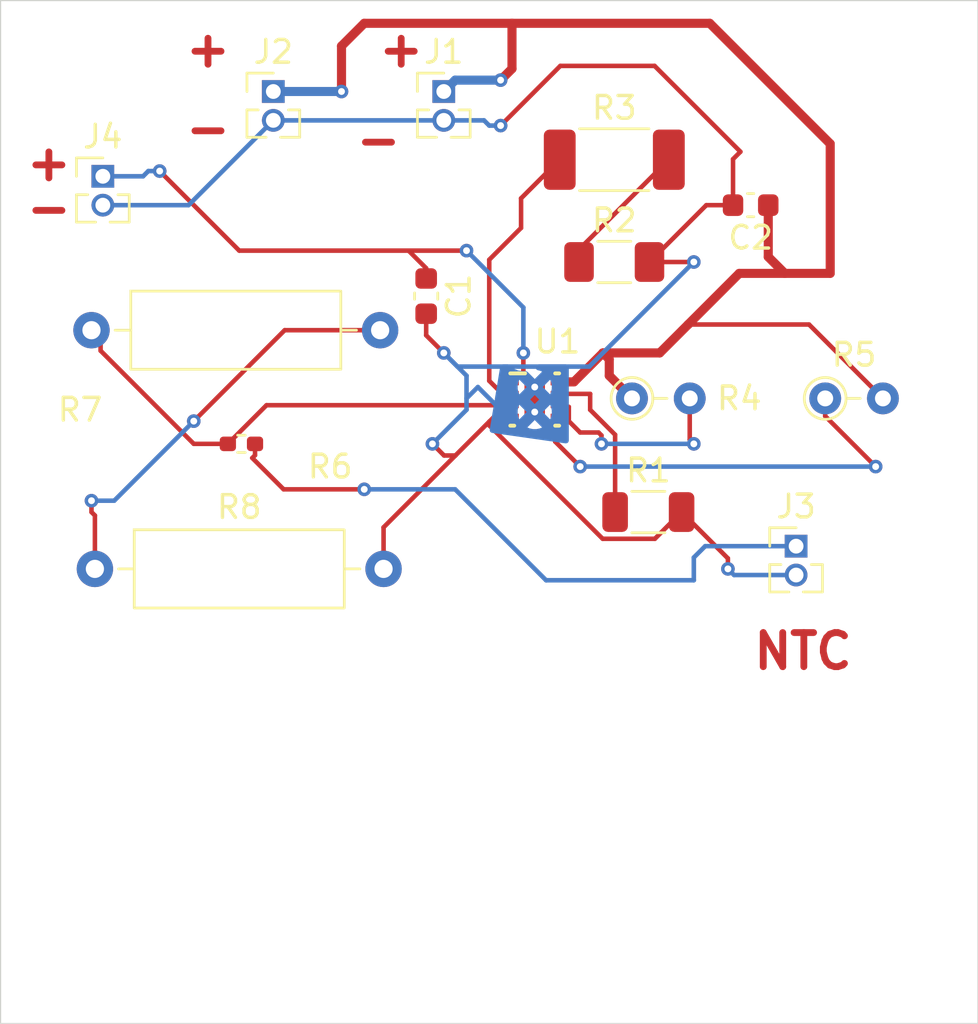
<source format=kicad_pcb>
(kicad_pcb (version 20241229) (generator "pcbnew") (generator_version "9.0")
  (layers (0 "F.Cu" signal) (2 "B.Cu" signal) (13 "F.Paste" user) (15 "B.Paste" user) (5 "F.SilkS" user "F.Silkscreen") (7 "B.SilkS" user "B.Silkscreen") (1 "F.Mask" user) (3 "B.Mask" user) (25 "Edge.Cuts" user))
  (net 0 "")
  (net 1 "+5V")
  (net 2 "GND")
  (net 3 "+3V6")
  (net 4 "Net-(J3-Pin_1)")
  (net 5 "/VSET")
  (net 6 "Net-(U1-PG_N)")
  (net 7 "Net-(U1-STAT)")
  (net 8 "Net-(R7-Pad2)")
  (net 9 "Net-(R2-Pad1)")
  (net 10 "/ISET")
  (net 11 "/TS")
  (footprint "Capacitor_SMD:C_0603_1608Metric" (layer "F.Cu") (at 137.225 103 -90)
    (property "Reference" "C1" (at 0 -1.43 90) (layer "F.SilkS"))
    (property "Value" "C" (hide yes))
    (fp_line (start -0.14058 0.51) (end 0.14058 0.51) (stroke (width 0.12)) (layer "F.SilkS"))
    (fp_line (start -0.14058 -0.51) (end 0.14058 -0.51) (stroke (width 0.12)) (layer "F.SilkS"))
    (pad "1" smd roundrect (at -0.775 0 270) (size 0.9 0.95) (layers "F.Cu" "F.Mask" "F.Paste") (net 1 "+5V"))
    (pad "2" smd roundrect (at 0.775 0 270) (size 0.9 0.95) (layers "F.Cu" "F.Mask" "F.Paste") (net 2 "GND"))
  )
  (footprint "Resistor_SMD:R_1206_3216Metric" (layer "F.Cu") (at 147 112.5)
    (property "Reference" "R1" (at 0 -1.83 0) (layer "F.SilkS"))
    (property "Value" "R" (hide yes))
    (fp_line (start -0.727064 -0.91) (end 0.727064 -0.91) (stroke (width 0.12)) (layer "F.SilkS"))
    (fp_line (start -0.727064 0.91) (end 0.727064 0.91) (stroke (width 0.12)) (layer "F.SilkS"))
    (pad "1" smd roundrect (at -1.4625 0) (size 1.125 1.75) (layers "F.Cu" "F.Mask" "F.Paste") (roundrect_rratio 0.222222) (net 5 "/VSET"))
    (pad "2" smd roundrect (at 1.4625 0) (size 1.125 1.75) (layers "F.Cu" "F.Mask" "F.Paste") (roundrect_rratio 0.222222) (net 2 "GND"))
  )
  (footprint "bq25170:DSG0008A" (layer "F.Cu") (at 142 107.549996)
    (property "Reference" "U1" (at 1 -2.549996 0) (layer "F.SilkS"))
    (property "Value" "BQ25170DSGR")
    (fp_line (start -1.074999 -1.149998) (end -0.425 -1.149998) (stroke (width 0.17)) (layer "F.SilkS"))
    (fp_line (start -1.074999 1.150003) (end -0.900001 1.150003) (stroke (width 0.17)) (layer "F.SilkS"))
    (fp_line (start 0.900001 -1.149998) (end 1.074999 -1.149998) (stroke (width 0.17)) (layer "F.SilkS"))
    (fp_line (start 0.900001 1.150003) (end 1.074999 1.150003) (stroke (width 0.17)) (layer "F.SilkS"))
    (pad "1" smd rect (at -0.950001 -0.749998 90) (size 0.249999 0.499999) (layers "F.Cu" "F.Mask" "F.Paste") (net 1 "+5V"))
    (pad "2" smd rect (at -0.950001 -0.25 90) (size 0.249999 0.499999) (layers "F.Cu" "F.Mask" "F.Paste") (net 10 "/ISET"))
    (pad "3" smd rect (at -0.950001 0.250002 90) (size 0.249999 0.499999) (layers "F.Cu" "F.Mask" "F.Paste") (net 11 "/TS"))
    (pad "4" smd rect (at -0.950001 0.750001 90) (size 0.249999 0.499999) (layers "F.Cu" "F.Mask" "F.Paste") (net 2 "GND"))
    (pad "5" smd rect (at 0.950001 0.750001 90) (size 0.249999 0.499999) (layers "F.Cu" "F.Mask" "F.Paste") (net 7 "Net-(U1-STAT)"))
    (pad "6" smd rect (at 0.950001 0.250002 90) (size 0.249999 0.499999) (layers "F.Cu" "F.Mask" "F.Paste") (net 6 "Net-(U1-PG_N)"))
    (pad "7" smd rect (at 0.950001 -0.25 90) (size 0.249999 0.499999) (layers "F.Cu" "F.Mask" "F.Paste") (net 5 "/VSET"))
    (pad "8" smd rect (at 0.950001 -0.749998 90) (size 0.249999 0.499999) (layers "F.Cu" "F.Mask" "F.Paste") (net 3 "+3V6"))
    (pad "9" smd rect (at 0 0) (size 0.900001 1.599999) (layers "F.Cu" "F.Mask" "F.Paste") (net 2 "GND"))
    (pad "10" thru_hole circle (at 0 -0.549996) (size 0.5 0.5) (drill 0.3) (layers "*.Cu" "*.Mask") (net 2 "GND"))
    (pad "11" thru_hole circle (at 0 0.550001) (size 0.5 0.5) (drill 0.3) (layers "*.Cu" "*.Mask") (net 2 "GND"))
  )
  (footprint "Resistor_THT:R_Axial_DIN0204_L3.6mm_D1.6mm_P2.54mm_Vertical" (layer "F.Cu") (at 154.78 107.5)
    (property "Reference" "R5" (at 1.27 -1.92 0) (layer "F.SilkS"))
    (property "Value" "R")
    (fp_line (start 0.92 0) (end 1.54 0) (stroke (width 0.12)) (layer "F.SilkS"))
    (fp_circle (center 0 0) (end 0.92 0) (stroke (width 0.12)) (fill no) (layer "F.SilkS"))
    (pad "1" thru_hole circle (at 0 0) (size 1.4 1.4) (drill 0.7) (layers "*.Cu" "*.Mask") (net 7 "Net-(U1-STAT)"))
    (pad "2" thru_hole circle (at 2.54 0) (size 1.4 1.4) (drill 0.7) (layers "*.Cu" "*.Mask") (net 3 "+3V6"))
  )
  (footprint "Connector_PinHeader_1.27mm:PinHeader_1x02_P1.27mm_Vertical" (layer "F.Cu") (at 123 97.73)
    (property "Reference" "J4" (at 0 -1.745 0) (layer "F.SilkS"))
    (property "Value" "input 5V")
    (fp_line (start -1.16 -0.81) (end 0 -0.81) (stroke (width 0.12)) (layer "F.SilkS"))
    (fp_line (start -1.16 0) (end -1.16 -0.81) (stroke (width 0.12)) (layer "F.SilkS"))
    (fp_line (start -1.16 0.81) (end -1.16 2.015) (stroke (width 0.12)) (layer "F.SilkS"))
    (fp_line (start -1.16 0.81) (end -0.666708 0.81) (stroke (width 0.12)) (layer "F.SilkS"))
    (fp_line (start -1.16 2.015) (end -0.317923 2.015) (stroke (width 0.12)) (layer "F.SilkS"))
    (fp_line (start 0.317923 2.015) (end 1.16 2.015) (stroke (width 0.12)) (layer "F.SilkS"))
    (fp_line (start 0.666708 0.81) (end 1.16 0.81) (stroke (width 0.12)) (layer "F.SilkS"))
    (fp_line (start 1.16 0.81) (end 1.16 2.015) (stroke (width 0.12)) (layer "F.SilkS"))
    (pad "1" thru_hole rect (at 0 0) (size 1 1) (drill 0.65) (layers "*.Cu" "*.Mask") (net 1 "+5V"))
    (pad "2" thru_hole circle (at 0 1.27) (size 1 1) (drill 0.65) (layers "*.Cu" "*.Mask") (net 2 "GND"))
  )
  (footprint "Resistor_THT:R_Axial_DIN0309_L9.0mm_D3.2mm_P12.70mm_Horizontal" (layer "F.Cu") (at 122.5 104.5)
    (property "Reference" "R7" (at -0.5 3.5 0) (layer "F.SilkS"))
    (property "Value" "68kohm")
    (fp_line (start 1.04 0) (end 1.73 0) (stroke (width 0.12)) (layer "F.SilkS"))
    (fp_line (start 11.66 0) (end 10.97 0) (stroke (width 0.12)) (layer "F.SilkS"))
    (fp_rect (start 1.73 -1.72) (end 10.97 1.72) (stroke (width 0.12)) (fill no) (layer "F.SilkS"))
    (pad "1" thru_hole circle (at 0 0) (size 1.6 1.6) (drill 0.8) (layers "*.Cu" "*.Mask") (net 11 "/TS"))
    (pad "2" thru_hole circle (at 12.7 0) (size 1.6 1.6) (drill 0.8) (layers "*.Cu" "*.Mask") (net 8 "Net-(R7-Pad2)"))
  )
  (footprint "Capacitor_SMD:C_0603_1608Metric" (layer "F.Cu") (at 151.5 99 180)
    (property "Reference" "C2" (at 0 -1.43 0) (layer "F.SilkS"))
    (property "Value" "C" (hide yes))
    (fp_line (start -0.14058 0.51) (end 0.14058 0.51) (stroke (width 0.12)) (layer "F.SilkS"))
    (fp_line (start -0.14058 -0.51) (end 0.14058 -0.51) (stroke (width 0.12)) (layer "F.SilkS"))
    (pad "1" smd roundrect (at -0.775 0 180) (size 0.9 0.95) (layers "F.Cu" "F.Mask" "F.Paste") (net 3 "+3V6"))
    (pad "2" smd roundrect (at 0.775 0 180) (size 0.9 0.95) (layers "F.Cu" "F.Mask" "F.Paste") (net 2 "GND"))
  )
  (footprint "Resistor_SMD:R_1206_3216Metric_Pad1.30x1.75mm_HandSolder" (layer "F.Cu") (at 145.5 101.5)
    (property "Reference" "R2" (at 0 -1.83 0) (layer "F.SilkS"))
    (property "Value" "R" (hide yes))
    (fp_line (start -0.727064 -0.91) (end 0.727064 -0.91) (stroke (width 0.12)) (layer "F.SilkS"))
    (fp_line (start -0.727064 0.91) (end 0.727064 0.91) (stroke (width 0.12)) (layer "F.SilkS"))
    (pad "1" smd roundrect (at -1.55 0) (size 1.3 1.75) (layers "F.Cu" "F.Mask" "F.Paste") (roundrect_rratio 0.192308) (net 9 "Net-(R2-Pad1)"))
    (pad "2" smd roundrect (at 1.55 0) (size 1.3 1.75) (layers "F.Cu" "F.Mask" "F.Paste") (roundrect_rratio 0.192308) (net 2 "GND"))
  )
  (footprint "Connector_PinHeader_1.27mm:PinHeader_1x02_P1.27mm_Vertical" (layer "F.Cu") (at 130.5 94)
    (property "Reference" "J2" (at 0 -1.745 0) (layer "F.SilkS"))
    (property "Value" "battery")
    (fp_line (start -1.16 -0.81) (end 0 -0.81) (stroke (width 0.12)) (layer "F.SilkS"))
    (fp_line (start -1.16 0) (end -1.16 -0.81) (stroke (width 0.12)) (layer "F.SilkS"))
    (fp_line (start -1.16 0.81) (end -1.16 2.015) (stroke (width 0.12)) (layer "F.SilkS"))
    (fp_line (start -1.16 0.81) (end -0.666708 0.81) (stroke (width 0.12)) (layer "F.SilkS"))
    (fp_line (start -1.16 2.015) (end -0.317923 2.015) (stroke (width 0.12)) (layer "F.SilkS"))
    (fp_line (start 0.317923 2.015) (end 1.16 2.015) (stroke (width 0.12)) (layer "F.SilkS"))
    (fp_line (start 0.666708 0.81) (end 1.16 0.81) (stroke (width 0.12)) (layer "F.SilkS"))
    (fp_line (start 1.16 0.81) (end 1.16 2.015) (stroke (width 0.12)) (layer "F.SilkS"))
    (pad "1" thru_hole rect (at 0 0) (size 1 1) (drill 0.65) (layers "*.Cu" "*.Mask") (net 3 "+3V6"))
    (pad "2" thru_hole circle (at 0 1.27) (size 1 1) (drill 0.65) (layers "*.Cu" "*.Mask") (net 2 "GND"))
  )
  (footprint "Resistor_SMD:R_0402_1005Metric_Pad0.72x0.64mm_HandSolder" (layer "F.Cu") (at 129.0975 109.5)
    (property "Reference" "R6" (at 3.9025 1 0) (layer "F.SilkS"))
    (property "Value" "2.3kohm")
    (fp_line (start -0.167621 -0.38) (end 0.167621 -0.38) (stroke (width 0.12)) (layer "F.SilkS"))
    (fp_line (start -0.167621 0.38) (end 0.167621 0.38) (stroke (width 0.12)) (layer "F.SilkS"))
    (pad "1" smd roundrect (at -0.5975 0) (size 0.715 0.64) (layers "F.Cu" "F.Mask" "F.Paste") (net 11 "/TS"))
    (pad "2" smd roundrect (at 0.5975 0) (size 0.715 0.64) (layers "F.Cu" "F.Mask" "F.Paste") (net 4 "Net-(J3-Pin_1)"))
  )
  (footprint "Resistor_SMD:R_2010_5025Metric_Pad1.40x2.65mm_HandSolder" (layer "F.Cu") (at 145.5 97)
    (property "Reference" "R3" (at 0 -2.28 0) (layer "F.SilkS"))
    (property "Value" "R" (hide yes))
    (fp_line (start -1.527064 -1.36) (end 1.527064 -1.36) (stroke (width 0.12)) (layer "F.SilkS"))
    (fp_line (start -1.527064 1.36) (end 1.527064 1.36) (stroke (width 0.12)) (layer "F.SilkS"))
    (pad "1" smd roundrect (at -2.4 0) (size 1.4 2.65) (layers "F.Cu" "F.Mask" "F.Paste") (roundrect_rratio 0.178571) (net 10 "/ISET"))
    (pad "2" smd roundrect (at 2.4 0) (size 1.4 2.65) (layers "F.Cu" "F.Mask" "F.Paste") (roundrect_rratio 0.178571) (net 9 "Net-(R2-Pad1)"))
  )
  (footprint "Connector_PinHeader_1.27mm:PinHeader_1x02_P1.27mm_Vertical" (layer "F.Cu") (at 153.5 114)
    (property "Reference" "J3" (at 0 -1.745 0) (layer "F.SilkS"))
    (property "Value" "input 5V" (hide yes))
    (fp_line (start -1.16 -0.81) (end 0 -0.81) (stroke (width 0.12)) (layer "F.SilkS"))
    (fp_line (start -1.16 0) (end -1.16 -0.81) (stroke (width 0.12)) (layer "F.SilkS"))
    (fp_line (start -1.16 0.81) (end -1.16 2.015) (stroke (width 0.12)) (layer "F.SilkS"))
    (fp_line (start -1.16 0.81) (end -0.666708 0.81) (stroke (width 0.12)) (layer "F.SilkS"))
    (fp_line (start -1.16 2.015) (end -0.317923 2.015) (stroke (width 0.12)) (layer "F.SilkS"))
    (fp_line (start 0.317923 2.015) (end 1.16 2.015) (stroke (width 0.12)) (layer "F.SilkS"))
    (fp_line (start 0.666708 0.81) (end 1.16 0.81) (stroke (width 0.12)) (layer "F.SilkS"))
    (fp_line (start 1.16 0.81) (end 1.16 2.015) (stroke (width 0.12)) (layer "F.SilkS"))
    (pad "1" thru_hole rect (at 0 0) (size 1 1) (drill 0.65) (layers "*.Cu" "*.Mask") (net 4 "Net-(J3-Pin_1)"))
    (pad "2" thru_hole circle (at 0 1.27) (size 1 1) (drill 0.65) (layers "*.Cu" "*.Mask") (net 2 "GND"))
  )
  (footprint "Resistor_THT:R_Axial_DIN0204_L3.6mm_D1.6mm_P2.54mm_Vertical" (layer "F.Cu") (at 146.28 107.5)
    (property "Reference" "R4" (at 4.72 0 0) (layer "F.SilkS"))
    (property "Value" "R")
    (fp_line (start 0.92 0) (end 1.54 0) (stroke (width 0.12)) (layer "F.SilkS"))
    (fp_circle (center 0 0) (end 0.92 0) (stroke (width 0.12)) (fill no) (layer "F.SilkS"))
    (pad "1" thru_hole circle (at 0 0) (size 1.4 1.4) (drill 0.7) (layers "*.Cu" "*.Mask") (net 3 "+3V6"))
    (pad "2" thru_hole circle (at 2.54 0) (size 1.4 1.4) (drill 0.7) (layers "*.Cu" "*.Mask") (net 6 "Net-(U1-PG_N)"))
  )
  (footprint "Connector_PinHeader_1.27mm:PinHeader_1x02_P1.27mm_Vertical" (layer "F.Cu") (at 138 94)
    (property "Reference" "J1" (at 0 -1.745 0) (layer "F.SilkS"))
    (property "Value" "load")
    (fp_line (start -1.16 -0.81) (end 0 -0.81) (stroke (width 0.12)) (layer "F.SilkS"))
    (fp_line (start -1.16 0) (end -1.16 -0.81) (stroke (width 0.12)) (layer "F.SilkS"))
    (fp_line (start -1.16 0.81) (end -1.16 2.015) (stroke (width 0.12)) (layer "F.SilkS"))
    (fp_line (start -1.16 0.81) (end -0.666708 0.81) (stroke (width 0.12)) (layer "F.SilkS"))
    (fp_line (start -1.16 2.015) (end -0.317923 2.015) (stroke (width 0.12)) (layer "F.SilkS"))
    (fp_line (start 0.317923 2.015) (end 1.16 2.015) (stroke (width 0.12)) (layer "F.SilkS"))
    (fp_line (start 0.666708 0.81) (end 1.16 0.81) (stroke (width 0.12)) (layer "F.SilkS"))
    (fp_line (start 1.16 0.81) (end 1.16 2.015) (stroke (width 0.12)) (layer "F.SilkS"))
    (pad "1" thru_hole rect (at 0 0) (size 1 1) (drill 0.65) (layers "*.Cu" "*.Mask") (net 3 "+3V6"))
    (pad "2" thru_hole circle (at 0 1.27) (size 1 1) (drill 0.65) (layers "*.Cu" "*.Mask") (net 2 "GND"))
  )
  (footprint "Resistor_THT:R_Axial_DIN0309_L9.0mm_D3.2mm_P12.70mm_Horizontal" (layer "F.Cu") (at 122.65 115)
    (property "Reference" "R8" (at 6.35 -2.72 0) (layer "F.SilkS"))
    (property "Value" "2.2kohm")
    (fp_line (start 1.04 0) (end 1.73 0) (stroke (width 0.12)) (layer "F.SilkS"))
    (fp_line (start 11.66 0) (end 10.97 0) (stroke (width 0.12)) (layer "F.SilkS"))
    (fp_rect (start 1.73 -1.72) (end 10.97 1.72) (stroke (width 0.12)) (fill no) (layer "F.SilkS"))
    (pad "1" thru_hole circle (at 0 0) (size 1.6 1.6) (drill 0.8) (layers "*.Cu" "*.Mask") (net 8 "Net-(R7-Pad2)"))
    (pad "2" thru_hole circle (at 12.7 0) (size 1.6 1.6) (drill 0.8) (layers "*.Cu" "*.Mask") (net 2 "GND"))
  )
  (gr_rect (start 118.5 90) (end 161.5 135) (stroke (width 0.05)) (fill no) (layer "Edge.Cuts"))
  (gr_text "-" (at 134 97 0) (layer "F.Cu") (effects (font (size 1.5 1.5) (thickness 0.3) (bold yes)) (justify left bottom)))
  (gr_text "-" (at 126.5 96.5 0) (layer "F.Cu") (effects (font (size 1.5 1.5) (thickness 0.3) (bold yes)) (justify left bottom)))
  (gr_text "NTC" (at 151.5 119.5 0) (layer "F.Cu") (effects (font (size 1.5 1.5) (thickness 0.3) (bold yes)) (justify left bottom)))
  (gr_text "+" (at 126.5 93 0) (layer "F.Cu") (effects (font (size 1.5 1.5) (thickness 0.3) (bold yes)) (justify left bottom)))
  (gr_text "+" (at 119.5 98 0) (layer "F.Cu") (effects (font (size 1.5 1.5) (thickness 0.3) (bold yes)) (justify left bottom)))
  (gr_text "-" (at 119.5 100 0) (layer "F.Cu") (effects (font (size 1.5 1.5) (thickness 0.3) (bold yes)) (justify left bottom)))
  (gr_text "+" (at 135 93 0) (layer "F.Cu") (effects (font (size 1.5 1.5) (thickness 0.3) (bold yes)) (justify left bottom)))
  (segment (start 125.5 97.5) (end 129 101) (width 0.2) (layer "F.Cu") (net 1))
  (segment (start 141.5 105.5) (end 141.5 106.349997) (width 0.2) (layer "F.Cu") (net 1))
  (segment (start 136.45 101) (end 137.225 101.775) (width 0.2) (layer "F.Cu") (net 1))
  (segment (start 141.5 106.349997) (end 141.049999 106.799998) (width 0.2) (layer "F.Cu") (net 1))
  (segment (start 136.45 101) (end 139 101) (width 0.2) (layer "F.Cu") (net 1))
  (segment (start 129 101) (end 136.45 101) (width 0.2) (layer "F.Cu") (net 1))
  (segment (start 137.225 101.775) (end 137.225 102.225) (width 0.2) (layer "F.Cu") (net 1))
  (via (at 141.5 105.5) (size 0.6) (drill 0.3) (layers "F.Cu" "B.Cu") (net 1))
  (via (at 139 101) (size 0.6) (drill 0.3) (layers "F.Cu" "B.Cu") (net 1))
  (via (at 125.5 97.5) (size 0.6) (drill 0.3) (layers "F.Cu" "B.Cu") (net 1))
  (segment (start 141.5 105.5) (end 141.5 103.5) (width 0.2) (layer "B.Cu") (net 1))
  (segment (start 124.77 97.73) (end 123 97.73) (width 0.2) (layer "B.Cu") (net 1))
  (segment (start 125.5 97.5) (end 125 97.5) (width 0.2) (layer "B.Cu") (net 1))
  (segment (start 125 97.5) (end 124.77 97.73) (width 0.2) (layer "B.Cu") (net 1))
  (segment (start 141.5 103.5) (end 139 101) (width 0.2) (layer "B.Cu") (net 1))
  (segment (start 143.126 92.874) (end 140.5 95.5) (width 0.2) (layer "F.Cu") (net 2))
  (segment (start 135.35 115) (end 135.35 113.173) (width 0.2) (layer "F.Cu") (net 2))
  (segment (start 150.725 96.975) (end 151.05 96.65) (width 0.2) (layer "F.Cu") (net 2))
  (segment (start 137.225 103.775) (end 137.225 104.725) (width 0.2) (layer "F.Cu") (net 2))
  (segment (start 150.5 114.5375) (end 148.4625 112.5) (width 0.2) (layer "F.Cu") (net 2))
  (segment (start 138.5115 110.0115) (end 140.0115 108.5115) (width 0.2) (layer "F.Cu") (net 2))
  (segment (start 144.98984 113.676) (end 140.0115 108.69766) (width 0.2) (layer "F.Cu") (net 2))
  (segment (start 147.2865 113.676) (end 144.98984 113.676) (width 0.2) (layer "F.Cu") (net 2))
  (segment (start 140.223003 108.299997) (end 140.0115 108.5115) (width 0.2) (layer "F.Cu") (net 2))
  (segment (start 151.05 96.65) (end 147.274 92.874) (width 0.2) (layer "F.Cu") (net 2))
  (segment (start 150.5 115) (end 150.5 114.5375) (width 0.2) (layer "F.Cu") (net 2))
  (segment (start 141.049999 108.299997) (end 140.223003 108.299997) (width 0.2) (layer "F.Cu") (net 2))
  (segment (start 149 101.5) (end 147.05 101.5) (width 0.2) (layer "F.Cu") (net 2))
  (segment (start 147.274 92.874) (end 143.126 92.874) (width 0.2) (layer "F.Cu") (net 2))
  (segment (start 137.225 104.725) (end 138 105.5) (width 0.2) (layer "F.Cu") (net 2))
  (segment (start 149.55 99) (end 147.05 101.5) (width 0.2) (layer "F.Cu") (net 2))
  (segment (start 138.0115 110.0115) (end 138.5115 110.0115) (width 0.2) (layer "F.Cu") (net 2))
  (segment (start 135.35 113.173) (end 138.5115 110.0115) (width 0.2) (layer "F.Cu") (net 2))
  (segment (start 150.725 99) (end 149.55 99) (width 0.2) (layer "F.Cu") (net 2))
  (segment (start 140.0115 108.69766) (end 140.0115 108.5115) (width 0.2) (layer "F.Cu") (net 2))
  (segment (start 137.5 109.5) (end 138.0115 110.0115) (width 0.2) (layer "F.Cu") (net 2))
  (segment (start 150.725 99) (end 150.725 96.975) (width 0.2) (layer "F.Cu") (net 2))
  (segment (start 148.4625 112.5) (end 147.2865 113.676) (width 0.2) (layer "F.Cu") (net 2))
  (via (at 137.5 109.5) (size 0.6) (drill 0.3) (layers "F.Cu" "B.Cu") (net 2))
  (via (at 140.5 95.5) (size 0.6) (drill 0.3) (layers "F.Cu" "B.Cu") (net 2))
  (via (at 149 101.5) (size 0.6) (drill 0.3) (layers "F.Cu" "B.Cu") (net 2))
  (via (at 138 105.5) (size 0.6) (drill 0.3) (layers "F.Cu" "B.Cu") (net 2))
  (via (at 150.5 115) (size 0.6) (drill 0.3) (layers "F.Cu" "B.Cu") (net 2))
  (segment (start 130.5 95.27) (end 126.77 99) (width 0.2) (layer "B.Cu") (net 2))
  (segment (start 144.399 106.101) (end 138.601 106.101) (width 0.2) (layer "B.Cu") (net 2))
  (segment (start 149 101.5) (end 144.399 106.101) (width 0.2) (layer "B.Cu") (net 2))
  (segment (start 139.77 95.27) (end 138 95.27) (width 0.2) (layer "B.Cu") (net 2))
  (segment (start 138.601 106.101) (end 138 105.5) (width 0.2) (layer "B.Cu") (net 2))
  (segment (start 139 106.5) (end 139 107.5) (width 0.2) (layer "B.Cu") (net 2))
  (segment (start 153.5 115.27) (end 150.77 115.27) (width 0.2) (layer "B.Cu") (net 2))
  (segment (start 140.5 95.5) (end 140 95.5) (width 0.2) (layer "B.Cu") (net 2))
  (segment (start 140.599997 108.099997) (end 139.5 107) (width 0.2) (layer "B.Cu") (net 2))
  (segment (start 150.5 115) (end 150.77 115.27) (width 0.2) (layer "B.Cu") (net 2))
  (segment (start 126.77 99) (end 123 99) (width 0.2) (layer "B.Cu") (net 2))
  (segment (start 139 107.5) (end 139 108) (width 0.2) (layer "B.Cu") (net 2))
  (segment (start 139 108) (end 137.5 109.5) (width 0.2) (layer "B.Cu") (net 2))
  (segment (start 139.5 107) (end 139 107.5) (width 0.2) (layer "B.Cu") (net 2))
  (segment (start 138 105.5) (end 139 106.5) (width 0.2) (layer "B.Cu") (net 2))
  (segment (start 138 95.27) (end 130.5 95.27) (width 0.2) (layer "B.Cu") (net 2))
  (segment (start 140 95.5) (end 139.77 95.27) (width 0.2) (layer "B.Cu") (net 2))
  (segment (start 155 96.299134) (end 149.700866 91) (width 0.4) (layer "F.Cu") (net 3))
  (segment (start 141 91) (end 134.5 91) (width 0.4) (layer "F.Cu") (net 3))
  (segment (start 155 102) (end 155 96.299134) (width 0.4) (layer "F.Cu") (net 3))
  (segment (start 152.275 101.275) (end 152.275 99) (width 0.4) (layer "F.Cu") (net 3))
  (segment (start 151 102) (end 153 102) (width 0.4) (layer "F.Cu") (net 3))
  (segment (start 148.75 104.25) (end 151 102) (width 0.4) (layer "F.Cu") (net 3))
  (segment (start 145.28 105.78) (end 145 105.5) (width 0.4) (layer "F.Cu") (net 3))
  (segment (start 133.5 92) (end 133.5 94) (width 0.4) (layer "F.Cu") (net 3))
  (segment (start 153 102) (end 155 102) (width 0.4) (layer "F.Cu") (net 3))
  (segment (start 145.28 106.5) (end 145.28 105.78) (width 0.4) (layer "F.Cu") (net 3))
  (segment (start 143.726003 106.773997) (end 142.950001 106.773997) (width 0.4) (layer "F.Cu") (net 3))
  (segment (start 134.5 91) (end 133.5 92) (width 0.4) (layer "F.Cu") (net 3))
  (segment (start 149.700866 91) (end 141 91) (width 0.4) (layer "F.Cu") (net 3))
  (segment (start 145 105.5) (end 143.726003 106.773997) (width 0.4) (layer "F.Cu") (net 3))
  (segment (start 154.07 104.25) (end 148.75 104.25) (width 0.2) (layer "F.Cu") (net 3))
  (segment (start 153 102) (end 152.275 101.275) (width 0.4) (layer "F.Cu") (net 3))
  (segment (start 145.28 106.5) (end 146.28 107.5) (width 0.4) (layer "F.Cu") (net 3))
  (segment (start 140.5 93.5) (end 141 93) (width 0.4) (layer "F.Cu") (net 3))
  (segment (start 157.32 107.5) (end 154.07 104.25) (width 0.2) (layer "F.Cu") (net 3))
  (segment (start 147.5 105.5) (end 148.75 104.25) (width 0.4) (layer "F.Cu") (net 3))
  (segment (start 145 105.5) (end 147.5 105.5) (width 0.4) (layer "F.Cu") (net 3))
  (segment (start 141 91) (end 141 93) (width 0.4) (layer "F.Cu") (net 3))
  (via (at 140.5 93.5) (size 0.6) (drill 0.3) (layers "F.Cu" "B.Cu") (net 3))
  (via (at 133.5 94) (size 0.6) (drill 0.3) (layers "F.Cu" "B.Cu") (net 3))
  (segment (start 133.5 94) (end 130.5 94) (width 0.4) (layer "B.Cu") (net 3))
  (segment (start 140.5 93.5) (end 138.5 93.5) (width 0.4) (layer "B.Cu") (net 3))
  (segment (start 138.5 93.5) (end 138 94) (width 0.4) (layer "B.Cu") (net 3))
  (segment (start 129.695 110) (end 129.695 109.5) (width 0.2) (layer "F.Cu") (net 4))
  (segment (start 129.695 110) (end 129.574 110.121) (width 0.2) (layer "F.Cu") (net 4))
  (segment (start 129.574 110.121) (end 130.953 111.5) (width 0.2) (layer "F.Cu") (net 4))
  (segment (start 130.953 111.5) (end 134.5 111.5) (width 0.2) (layer "F.Cu") (net 4))
  (via (at 134.5 111.5) (size 0.6) (drill 0.3) (layers "F.Cu" "B.Cu") (net 4))
  (segment (start 138.5 111.5) (end 142.5 115.5) (width 0.2) (layer "B.Cu") (net 4))
  (segment (start 149 115.5) (end 149 114.5) (width 0.2) (layer "B.Cu") (net 4))
  (segment (start 142.5 115.5) (end 149 115.5) (width 0.2) (layer "B.Cu") (net 4))
  (segment (start 149.5 114) (end 153.5 114) (width 0.2) (layer "B.Cu") (net 4))
  (segment (start 134.5 111.5) (end 138.5 111.5) (width 0.2) (layer "B.Cu") (net 4))
  (segment (start 149 114.5) (end 149.5 114) (width 0.2) (layer "B.Cu") (net 4))
  (segment (start 145.5375 112.5) (end 145.5375 109.099) (width 0.2) (layer "F.Cu") (net 5))
  (segment (start 144.4385 108) (end 144.4385 107.300998) (width 0.2) (layer "F.Cu") (net 5))
  (segment (start 145.5375 109.099) (end 144.4385 108) (width 0.2) (layer "F.Cu") (net 5))
  (segment (start 144.4385 107.300998) (end 142.950001 107.300998) (width 0.2) (layer "F.Cu") (net 5))
  (segment (start 144.9375 109.5) (end 144.9375 109.1276) (width 0.2) (layer "F.Cu") (net 6))
  (segment (start 149 109.5) (end 148.82 109.32) (width 0.2) (layer "F.Cu") (net 6))
  (segment (start 143.501 107.873998) (end 142.950001 107.873998) (width 0.2) (layer "F.Cu") (net 6))
  (segment (start 142.950001 107.873998) (end 142.950001 107.799998) (width 0.2) (layer "F.Cu") (net 6))
  (segment (start 144.8099 109) (end 144 109) (width 0.2) (layer "F.Cu") (net 6))
  (segment (start 144 109) (end 143.501 108.501) (width 0.2) (layer "F.Cu") (net 6))
  (segment (start 143.501 108.501) (end 143.501 107.873998) (width 0.2) (layer "F.Cu") (net 6))
  (segment (start 148.82 109.32) (end 148.82 107.5) (width 0.2) (layer "F.Cu") (net 6))
  (segment (start 144.9375 109.1276) (end 144.8099 109) (width 0.2) (layer "F.Cu") (net 6))
  (via (at 149 109.5) (size 0.6) (drill 0.3) (layers "F.Cu" "B.Cu") (net 6))
  (via (at 144.9375 109.5) (size 0.6) (drill 0.3) (layers "F.Cu" "B.Cu") (net 6))
  (segment (start 144.9375 109.5) (end 149 109.5) (width 0.2) (layer "B.Cu") (net 6))
  (segment (start 142.950001 109.350003) (end 142.950001 108.299997) (width 0.2) (layer "F.Cu") (net 7))
  (segment (start 142.900002 109.400002) (end 142.950001 109.350003) (width 0.2) (layer "F.Cu") (net 7))
  (segment (start 142.900002 109.400002) (end 144 110.5) (width 0.2) (layer "F.Cu") (net 7))
  (segment (start 157 110.5) (end 154.78 108.28) (width 0.2) (layer "F.Cu") (net 7))
  (segment (start 154.78 108.28) (end 154.78 108.001) (width 0.2) (layer "F.Cu") (net 7))
  (via (at 144 110.5) (size 0.6) (drill 0.3) (layers "F.Cu" "B.Cu") (net 7))
  (via (at 157 110.5) (size 0.6) (drill 0.3) (layers "F.Cu" "B.Cu") (net 7))
  (segment (start 144 110.5) (end 157 110.5) (width 0.2) (layer "B.Cu") (net 7))
  (segment (start 131 104.5) (end 127 108.5) (width 0.2) (layer "F.Cu") (net 8))
  (segment (start 122.5 112) (end 122.5 112.5) (width 0.2) (layer "F.Cu") (net 8))
  (segment (start 122.65 112.65) (end 122.65 115) (width 0.2) (layer "F.Cu") (net 8))
  (segment (start 122.5 112.5) (end 122.65 112.65) (width 0.2) (layer "F.Cu") (net 8))
  (segment (start 135.2 104.5) (end 131 104.5) (width 0.2) (layer "F.Cu") (net 8))
  (via (at 127 108.5) (size 0.6) (drill 0.3) (layers "F.Cu" "B.Cu") (net 8))
  (via (at 122.5 112) (size 0.6) (drill 0.3) (layers "F.Cu" "B.Cu") (net 8))
  (segment (start 127 108.5) (end 123.5 112) (width 0.2) (layer "B.Cu") (net 8))
  (segment (start 123.5 112) (end 122.5 112) (width 0.2) (layer "B.Cu") (net 8))
  (segment (start 143.95 100.95) (end 143.95 101.5) (width 0.2) (layer "F.Cu") (net 9))
  (segment (start 147.9 97) (end 143.95 100.95) (width 0.2) (layer "F.Cu") (net 9))
  (segment (start 140 101.4) (end 140 106.726997) (width 0.2) (layer "F.Cu") (net 10))
  (segment (start 141.4 100) (end 140 101.4) (width 0.2) (layer "F.Cu") (net 10))
  (segment (start 140.572999 107.299996) (end 141.049999 107.299996) (width 0.2) (layer "F.Cu") (net 10))
  (segment (start 141.4 98.7) (end 141.4 100) (width 0.2) (layer "F.Cu") (net 10))
  (segment (start 140 106.726997) (end 140.572999 107.299996) (width 0.2) (layer "F.Cu") (net 10))
  (segment (start 143.1 97) (end 141.4 98.7) (width 0.2) (layer "F.Cu") (net 10))
  (segment (start 127 109.5) (end 122.901 105.401) (width 0.2) (layer "F.Cu") (net 11))
  (segment (start 128.5 109.5) (end 127 109.5) (width 0.2) (layer "F.Cu") (net 11))
  (segment (start 128.5 109.5) (end 130.200002 107.799998) (width 0.2) (layer "F.Cu") (net 11))
  (segment (start 130.200002 107.799998) (end 141.049999 107.799998) (width 0.2) (layer "F.Cu") (net 11))
  (segment (start 122.901 105.401) (end 122.901 104.901) (width 0.2) (layer "F.Cu") (net 11))
  (zone (net 2) (net_name "GND") (layer "B.Cu") (connect_pads (clearance 0.5)) (min_thickness 0.25) (fill yes (thermal_gap 0.5) (thermal_bridge_width 0.5))
    (polygon (pts (xy 143.5 106) (xy 143.5 109.5) (xy 140 109) (xy 140.5 106)))
  )
)
</source>
